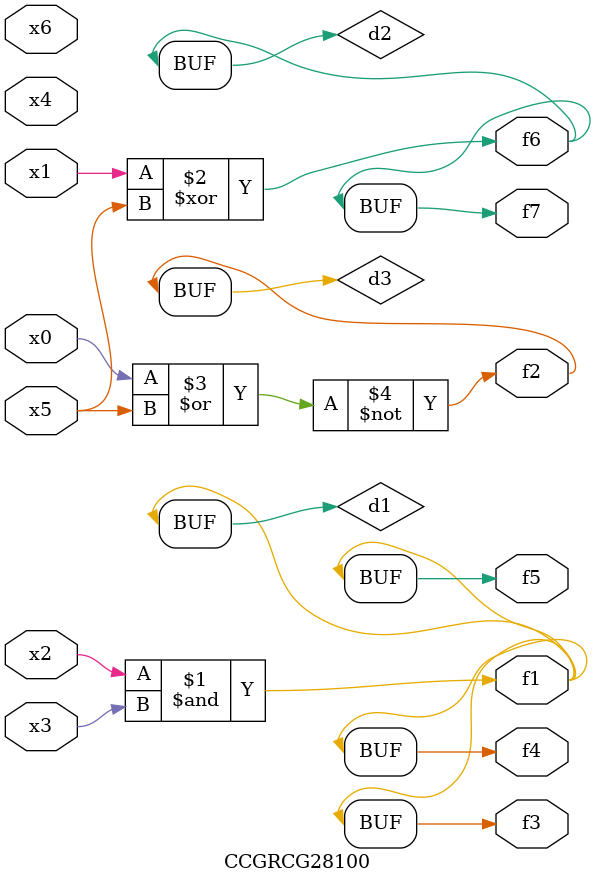
<source format=v>
module CCGRCG28100(
	input x0, x1, x2, x3, x4, x5, x6,
	output f1, f2, f3, f4, f5, f6, f7
);

	wire d1, d2, d3;

	and (d1, x2, x3);
	xor (d2, x1, x5);
	nor (d3, x0, x5);
	assign f1 = d1;
	assign f2 = d3;
	assign f3 = d1;
	assign f4 = d1;
	assign f5 = d1;
	assign f6 = d2;
	assign f7 = d2;
endmodule

</source>
